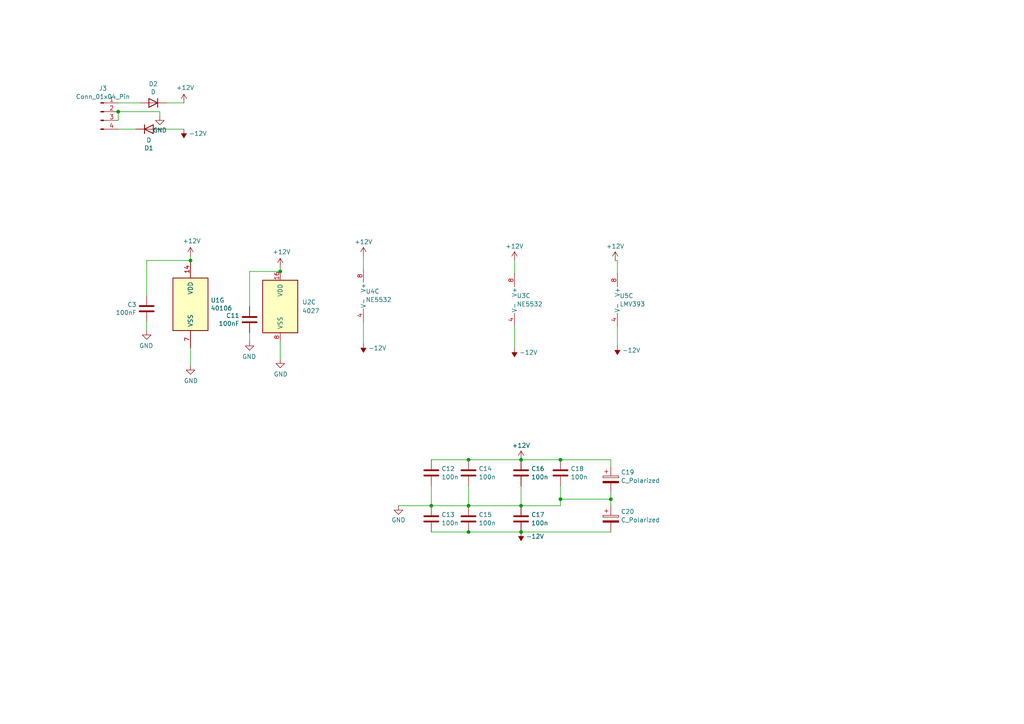
<source format=kicad_sch>
(kicad_sch (version 20231120) (generator "eeschema") (generator_version "8.0")
  (paper "A4")
  (lib_symbols
    (symbol "4xxx:40106" (pin_names (offset 1.016))
      (property "Reference" "U" (at 0 1.27 0))
      (property "Value" "40106" (at 0 -1.27 0))
      (symbol "40106_1_0"
        (polyline (pts (xy -0.635 -1.27) (xy -0.635 1.27) (xy 0.635 1.27)))
        (polyline (pts (xy -3.81 3.81) (xy -3.81 -3.81) (xy 3.81 0) (xy -3.81 3.81)) (stroke (width 0.254)) (fill (type background)))
        (polyline (pts (xy -1.27 -1.27) (xy 0.635 -1.27) (xy 0.635 1.27) (xy 1.27 1.27)))
        (pin input line (at -7.62 0 0) (length 3.81) (name "~") (number "1"))
        (pin output inverted (at 7.62 0 180) (length 3.81) (name "~") (number "2"))
      )
      (symbol "40106_2_0"
        (polyline (pts (xy -0.635 -1.27) (xy -0.635 1.27) (xy 0.635 1.27)))
        (polyline (pts (xy -3.81 3.81) (xy -3.81 -3.81) (xy 3.81 0) (xy -3.81 3.81)) (stroke (width 0.254)) (fill (type background)))
        (polyline (pts (xy -1.27 -1.27) (xy 0.635 -1.27) (xy 0.635 1.27) (xy 1.27 1.27)))
        (pin input line (at -7.62 0 0) (length 3.81) (name "~") (number "3"))
        (pin output inverted (at 7.62 0 180) (length 3.81) (name "~") (number "4"))
      )
      (symbol "40106_3_0"
        (polyline (pts (xy -0.635 -1.27) (xy -0.635 1.27) (xy 0.635 1.27)))
        (polyline (pts (xy -3.81 3.81) (xy -3.81 -3.81) (xy 3.81 0) (xy -3.81 3.81)) (stroke (width 0.254)) (fill (type background)))
        (polyline (pts (xy -1.27 -1.27) (xy 0.635 -1.27) (xy 0.635 1.27) (xy 1.27 1.27)))
        (pin input line (at -7.62 0 0) (length 3.81) (name "~") (number "5"))
        (pin output inverted (at 7.62 0 180) (length 3.81) (name "~") (number "6"))
      )
      (symbol "40106_4_0"
        (polyline (pts (xy -0.635 -1.27) (xy -0.635 1.27) (xy 0.635 1.27)))
        (polyline (pts (xy -3.81 3.81) (xy -3.81 -3.81) (xy 3.81 0) (xy -3.81 3.81)) (stroke (width 0.254)) (fill (type background)))
        (polyline (pts (xy -1.27 -1.27) (xy 0.635 -1.27) (xy 0.635 1.27) (xy 1.27 1.27)))
        (pin output inverted (at 7.62 0 180) (length 3.81) (name "~") (number "8"))
        (pin input line (at -7.62 0 0) (length 3.81) (name "~") (number "9"))
      )
      (symbol "40106_5_0"
        (polyline (pts (xy -0.635 -1.27) (xy -0.635 1.27) (xy 0.635 1.27)))
        (polyline (pts (xy -3.81 3.81) (xy -3.81 -3.81) (xy 3.81 0) (xy -3.81 3.81)) (stroke (width 0.254)) (fill (type background)))
        (polyline (pts (xy -1.27 -1.27) (xy 0.635 -1.27) (xy 0.635 1.27) (xy 1.27 1.27)))
        (pin output inverted (at 7.62 0 180) (length 3.81) (name "~") (number "10"))
        (pin input line (at -7.62 0 0) (length 3.81) (name "~") (number "11"))
      )
      (symbol "40106_6_0"
        (polyline (pts (xy -0.635 -1.27) (xy -0.635 1.27) (xy 0.635 1.27)))
        (polyline (pts (xy -3.81 3.81) (xy -3.81 -3.81) (xy 3.81 0) (xy -3.81 3.81)) (stroke (width 0.254)) (fill (type background)))
        (polyline (pts (xy -1.27 -1.27) (xy 0.635 -1.27) (xy 0.635 1.27) (xy 1.27 1.27)))
        (pin output inverted (at 7.62 0 180) (length 3.81) (name "~") (number "12"))
        (pin input line (at -7.62 0 0) (length 3.81) (name "~") (number "13"))
      )
      (symbol "40106_7_0"
        (pin power_in line (at 0 12.7 270) (length 5.08) (name "VDD") (number "14"))
        (pin power_in line (at 0 -12.7 90) (length 5.08) (name "VSS") (number "7"))
      )
      (symbol "40106_7_1"
        (rectangle (start -5.08 7.62) (end 5.08 -7.62) (stroke (width 0.254)) (fill (type background)))
      )
    )
    (symbol "4xxx:4027" (pin_names (offset 1.016))
      (property "Reference" "U" (at -7.62 8.89 0))
      (property "Value" "4027" (at -7.62 -8.89 0))
      (symbol "4027_1_1"
        (rectangle (start -5.08 5.08) (end 5.08 -5.08) (stroke (width 0.254)) (fill (type background)))
        (pin output line (at 7.62 2.54 180) (length 2.54) (name "Q") (number "1"))
        (pin output line (at 7.62 -2.54 180) (length 2.54) (name "~{Q}") (number "2"))
        (pin input clock (at -7.62 0 0) (length 2.54) (name "C") (number "3"))
        (pin input line (at 0 -7.62 90) (length 2.54) (name "R") (number "4"))
        (pin input line (at -7.62 -2.54 0) (length 2.54) (name "K") (number "5"))
        (pin input line (at -7.62 2.54 0) (length 2.54) (name "J") (number "6"))
        (pin input line (at 0 7.62 270) (length 2.54) (name "S") (number "7"))
      )
      (symbol "4027_2_1"
        (rectangle (start -5.08 5.08) (end 5.08 -5.08) (stroke (width 0.254)) (fill (type background)))
        (pin input line (at -7.62 2.54 0) (length 2.54) (name "J") (number "10"))
        (pin input line (at -7.62 -2.54 0) (length 2.54) (name "K") (number "11"))
        (pin input line (at 0 -7.62 90) (length 2.54) (name "R") (number "12"))
        (pin input clock (at -7.62 0 0) (length 2.54) (name "C") (number "13"))
        (pin output line (at 7.62 -2.54 180) (length 2.54) (name "~{Q}") (number "14"))
        (pin output line (at 7.62 2.54 180) (length 2.54) (name "Q") (number "15"))
        (pin input line (at 0 7.62 270) (length 2.54) (name "S") (number "9"))
      )
      (symbol "4027_3_0"
        (pin power_in line (at 0 10.16 270) (length 2.54) (name "VDD") (number "16"))
        (pin power_in line (at 0 -10.16 90) (length 2.54) (name "VSS") (number "8"))
      )
      (symbol "4027_3_1"
        (rectangle (start -5.08 7.62) (end 5.08 -7.62) (stroke (width 0.254)) (fill (type background)))
      )
    )
    (symbol "Amplifier_Operational:NE5532" (pin_names (offset 0.127))
      (property "Reference" "U" (at 0 5.08 0))
      (property "Value" "NE5532" (at 0 -5.08 0))
      (symbol "NE5532_1_1"
        (polyline (pts (xy -5.08 5.08) (xy 5.08 0) (xy -5.08 -5.08) (xy -5.08 5.08)) (stroke (width 0.254)) (fill (type background)))
        (pin output line (at 7.62 0 180) (length 2.54) (name "~") (number "1"))
        (pin input line (at -7.62 -2.54 0) (length 2.54) (name "-") (number "2"))
        (pin input line (at -7.62 2.54 0) (length 2.54) (name "+") (number "3"))
      )
      (symbol "NE5532_2_1"
        (polyline (pts (xy -5.08 5.08) (xy 5.08 0) (xy -5.08 -5.08) (xy -5.08 5.08)) (stroke (width 0.254)) (fill (type background)))
        (pin input line (at -7.62 2.54 0) (length 2.54) (name "+") (number "5"))
        (pin input line (at -7.62 -2.54 0) (length 2.54) (name "-") (number "6"))
        (pin output line (at 7.62 0 180) (length 2.54) (name "~") (number "7"))
      )
      (symbol "NE5532_3_1"
        (pin power_in line (at -2.54 -7.62 90) (length 3.81) (name "V-") (number "4"))
        (pin power_in line (at -2.54 7.62 270) (length 3.81) (name "V+") (number "8"))
      )
    )
    (symbol "Comparator:LMV393" (pin_names (offset 0.127))
      (property "Reference" "U" (at 3.81 3.81 0))
      (property "Value" "LMV393" (at 6.35 -3.81 0))
      (symbol "LMV393_1_1"
        (polyline (pts (xy -5.08 5.08) (xy 5.08 0) (xy -5.08 -5.08) (xy -5.08 5.08)) (stroke (width 0.254)) (fill (type background)))
        (polyline (pts (xy 3.302 -0.508) (xy 2.794 -0.508) (xy 3.302 0) (xy 2.794 0.508) (xy 2.286 0) (xy 2.794 -0.508) (xy 2.286 -0.508)) (stroke (width 0.127)))
        (pin open_collector line (at 7.62 0 180) (length 2.54) (name "~") (number "1"))
        (pin input line (at -7.62 -2.54 0) (length 2.54) (name "-") (number "2"))
        (pin input line (at -7.62 2.54 0) (length 2.54) (name "+") (number "3"))
      )
      (symbol "LMV393_2_1"
        (polyline (pts (xy -5.08 5.08) (xy 5.08 0) (xy -5.08 -5.08) (xy -5.08 5.08)) (stroke (width 0.254)) (fill (type background)))
        (polyline (pts (xy 3.302 -0.508) (xy 2.794 -0.508) (xy 3.302 0) (xy 2.794 0.508) (xy 2.286 0) (xy 2.794 -0.508) (xy 2.286 -0.508)) (stroke (width 0.127)))
        (pin input line (at -7.62 2.54 0) (length 2.54) (name "+") (number "5"))
        (pin input line (at -7.62 -2.54 0) (length 2.54) (name "-") (number "6"))
        (pin open_collector line (at 7.62 0 180) (length 2.54) (name "~") (number "7"))
      )
      (symbol "LMV393_3_1"
        (pin power_in line (at -2.54 -7.62 90) (length 3.81) (name "V-") (number "4"))
        (pin power_in line (at -2.54 7.62 270) (length 3.81) (name "V+") (number "8"))
      )
    )
    (symbol "Connector:Conn_01x04_Pin" (pin_names (offset 1.016) hide)
      (property "Reference" "J" (at 0 5.08 0))
      (property "Value" "Conn_01x04_Pin" (at 0 -7.62 0))
      (symbol "Conn_01x04_Pin_1_1"
        (polyline (pts (xy 1.27 -5.08) (xy 0.8636 -5.08)) (stroke (width 0.1524)))
        (polyline (pts (xy 1.27 -2.54) (xy 0.8636 -2.54)) (stroke (width 0.1524)))
        (polyline (pts (xy 1.27 0) (xy 0.8636 0)) (stroke (width 0.1524)))
        (polyline (pts (xy 1.27 2.54) (xy 0.8636 2.54)) (stroke (width 0.1524)))
        (rectangle (start 0.8636 -4.953) (end 0 -5.207) (stroke (width 0.1524)) (fill (type outline)))
        (rectangle (start 0.8636 -2.413) (end 0 -2.667) (stroke (width 0.1524)) (fill (type outline)))
        (rectangle (start 0.8636 0.127) (end 0 -0.127) (stroke (width 0.1524)) (fill (type outline)))
        (rectangle (start 0.8636 2.667) (end 0 2.413) (stroke (width 0.1524)) (fill (type outline)))
        (pin passive line (at 5.08 2.54 180) (length 3.81) (name "Pin_1") (number "1"))
        (pin passive line (at 5.08 0 180) (length 3.81) (name "Pin_2") (number "2"))
        (pin passive line (at 5.08 -2.54 180) (length 3.81) (name "Pin_3") (number "3"))
        (pin passive line (at 5.08 -5.08 180) (length 3.81) (name "Pin_4") (number "4"))
      )
    )
    (symbol "Device:C" (pin_numbers hide) (pin_names (offset 0.254))
      (property "Reference" "C" (at 0.635 2.54 0))
      (property "Value" "C" (at 0.635 -2.54 0))
      (symbol "C_0_1"
        (polyline (pts (xy -2.032 -0.762) (xy 2.032 -0.762)) (stroke (width 0.508)))
        (polyline (pts (xy -2.032 0.762) (xy 2.032 0.762)) (stroke (width 0.508)))
      )
      (symbol "C_1_1"
        (pin passive line (at 0 3.81 270) (length 2.794) (name "~") (number "1"))
        (pin passive line (at 0 -3.81 90) (length 2.794) (name "~") (number "2"))
      )
    )
    (symbol "Device:C_Polarized" (pin_numbers hide) (pin_names (offset 0.254))
      (property "Reference" "C" (at 0.635 2.54 0))
      (property "Value" "C_Polarized" (at 0.635 -2.54 0))
      (symbol "C_Polarized_0_1"
        (rectangle (start -2.286 0.508) (end 2.286 1.016))
        (polyline (pts (xy -1.778 2.286) (xy -0.762 2.286)))
        (polyline (pts (xy -1.27 2.794) (xy -1.27 1.778)))
        (rectangle (start 2.286 -0.508) (end -2.286 -1.016) (fill (type outline)))
      )
      (symbol "C_Polarized_1_1"
        (pin passive line (at 0 3.81 270) (length 2.794) (name "~") (number "1"))
        (pin passive line (at 0 -3.81 90) (length 2.794) (name "~") (number "2"))
      )
    )
    (symbol "Device:D" (pin_numbers hide) (pin_names (offset 1.016) hide)
      (property "Reference" "D" (at 0 2.54 0))
      (property "Value" "D" (at 0 -2.54 0))
      (symbol "D_0_1"
        (polyline (pts (xy -1.27 1.27) (xy -1.27 -1.27)) (stroke (width 0.254)))
        (polyline (pts (xy 1.27 0) (xy -1.27 0)))
        (polyline (pts (xy 1.27 1.27) (xy 1.27 -1.27) (xy -1.27 0) (xy 1.27 1.27)) (stroke (width 0.254)))
      )
      (symbol "D_1_1"
        (pin passive line (at -3.81 0 0) (length 2.54) (name "K") (number "1"))
        (pin passive line (at 3.81 0 180) (length 2.54) (name "A") (number "2"))
      )
    )
    (symbol "power:+12V" (power) (pin_names (offset 0))
      (property "Value" "+12V" (at 0 3.556 0))
      (symbol "+12V_0_1"
        (polyline (pts (xy -0.762 1.27) (xy 0 2.54)))
        (polyline (pts (xy 0 0) (xy 0 2.54)))
        (polyline (pts (xy 0 2.54) (xy 0.762 1.27)))
      )
      (symbol "+12V_1_1"
        (pin power_in line (at 0 0 90) (length 0) hide (name "+12V") (number "1"))
      )
    )
    (symbol "power:-12V" (power) (pin_names (offset 0))
      (property "Value" "-12V" (at 0 3.81 0))
      (symbol "-12V_0_0"
        (pin power_in line (at 0 0 90) (length 0) hide (name "-12V") (number "1"))
      )
      (symbol "-12V_0_1"
        (polyline (pts (xy 0 0) (xy 0 1.27) (xy 0.762 1.27) (xy 0 2.54) (xy -0.762 1.27) (xy 0 1.27)) (fill (type outline)))
      )
    )
    (symbol "power:GND" (power) (pin_names (offset 0))
      (property "Value" "GND" (at 0 -3.81 0))
      (symbol "GND_0_1"
        (polyline (pts (xy 0 0) (xy 0 -1.27) (xy 1.27 -1.27) (xy 0 -2.54) (xy -1.27 -1.27) (xy 0 -1.27)))
      )
      (symbol "GND_1_1"
        (pin power_in line (at 0 0 270) (length 0) hide (name "GND") (number "1"))
      )
    )
  )
  (junction (at 135.89 133.35))
  (junction (at 151.13 133.35))
  (junction (at 135.89 154.305))
  (junction (at 34.29 32.385))
  (junction (at 151.13 154.305))
  (junction (at 81.28 78.74))
  (junction (at 125.095 146.685))
  (junction (at 135.89 146.685))
  (junction (at 162.56 133.35))
  (junction (at 162.56 144.78))
  (junction (at 55.245 75.565))
  (junction (at 151.13 146.685))
  (junction (at 177.165 144.78))
  (wire (pts (xy 125.095 146.685) (xy 115.57 146.685)))
  (wire (pts (xy 151.13 146.685) (xy 162.56 146.685)))
  (wire (pts (xy 55.245 75.565) (xy 55.245 74.295)))
  (wire (pts (xy 46.355 32.385) (xy 46.355 33.655)))
  (wire (pts (xy 39.37 37.465) (xy 34.29 37.465)))
  (wire (pts (xy 177.165 144.78) (xy 177.165 146.685)))
  (wire (pts (xy 135.89 140.97) (xy 135.89 146.685)))
  (wire (pts (xy 34.29 32.385) (xy 34.29 34.925)))
  (wire (pts (xy 72.39 88.9) (xy 72.39 78.74)))
  (wire (pts (xy 72.39 99.06) (xy 72.39 96.52)))
  (wire (pts (xy 125.095 154.305) (xy 135.89 154.305)))
  (wire (pts (xy 34.29 32.385) (xy 46.355 32.385)))
  (wire (pts (xy 179.07 75.565) (xy 178.435 75.565)))
  (wire (pts (xy 149.225 94.615) (xy 149.225 100.965)))
  (wire (pts (xy 162.56 133.35) (xy 177.165 133.35)))
  (wire (pts (xy 179.07 94.615) (xy 179.07 100.33)))
  (wire (pts (xy 135.89 146.685) (xy 151.13 146.685)))
  (wire (pts (xy 42.545 85.725) (xy 42.545 75.565)))
  (wire (pts (xy 48.26 29.845) (xy 53.34 29.845)))
  (wire (pts (xy 55.245 106.045) (xy 55.245 100.965)))
  (wire (pts (xy 151.13 140.97) (xy 151.13 146.685)))
  (wire (pts (xy 162.56 144.78) (xy 177.165 144.78)))
  (wire (pts (xy 177.165 133.35) (xy 177.165 135.255)))
  (wire (pts (xy 177.165 142.875) (xy 177.165 144.78)))
  (wire (pts (xy 42.545 75.565) (xy 55.245 75.565)))
  (wire (pts (xy 162.56 144.78) (xy 162.56 140.97)))
  (wire (pts (xy 125.095 146.685) (xy 135.89 146.685)))
  (wire (pts (xy 149.225 75.565) (xy 149.225 79.375)))
  (wire (pts (xy 81.28 78.74) (xy 81.28 77.47)))
  (wire (pts (xy 81.28 104.14) (xy 81.28 99.06)))
  (wire (pts (xy 162.56 144.78) (xy 162.56 146.685)))
  (wire (pts (xy 34.29 29.845) (xy 40.64 29.845)))
  (wire (pts (xy 105.41 74.295) (xy 105.41 78.105)))
  (wire (pts (xy 53.34 37.465) (xy 46.99 37.465)))
  (wire (pts (xy 151.13 133.35) (xy 162.56 133.35)))
  (wire (pts (xy 135.89 154.305) (xy 151.13 154.305)))
  (wire (pts (xy 179.07 79.375) (xy 179.07 75.565)))
  (wire (pts (xy 125.095 133.35) (xy 135.89 133.35)))
  (wire (pts (xy 151.13 154.305) (xy 177.165 154.305)))
  (wire (pts (xy 42.545 95.885) (xy 42.545 93.345)))
  (wire (pts (xy 135.89 133.35) (xy 151.13 133.35)))
  (wire (pts (xy 105.41 93.345) (xy 105.41 99.695)))
  (wire (pts (xy 72.39 78.74) (xy 81.28 78.74)))
  (wire (pts (xy 125.095 140.97) (xy 125.095 146.685)))
  (symbol (lib_id "power:GND") (at 81.28 104.14 0) (unit 1)
    (property "Reference" "#PWR034" (effects (hide yes)))
    (property "Value" "GND" (at 81.407 108.5342 0))
  )
  (symbol (lib_id "Device:C") (at 125.095 150.495 180) (unit 1)
    (property "Reference" "C13" (at 128.016 149.2829 0) (effects (justify right)))
    (property "Value" "100n" (at 128.016 151.7071 0) (effects (justify right)))
    (property "Footprint" "Capacitor_SMD:C_0805_2012Metric_Pad1.18x1.45mm_HandSolder" (effects (hide yes)))
  )
  (symbol (lib_id "power:+12V") (at 53.34 29.845 0) (unit 1)
    (property "Reference" "#PWR04" (effects (hide yes)))
    (property "Value" "+12V" (at 53.721 25.4508 0))
    (instances (project "HBruecke2" (path "" (reference "#PWR04") (unit 1))) (project "OP-D-Amp" (path "" (reference "#PWR028") (unit 1))))
  )
  (symbol (lib_id "power:GND") (at 42.545 95.885 0) (mirror y) (unit 1)
    (property "Reference" "#PWR03" (effects (hide yes)))
    (property "Value" "GND" (at 42.418 100.2792 0))
    (instances (project "HBruecke2" (path "" (reference "#PWR03") (unit 1))) (project "OP-D-Amp" (path "" (reference "#PWR026") (unit 1))))
  )
  (symbol (lib_id "power:GND") (at 72.39 99.06 0) (mirror y) (unit 1)
    (property "Reference" "#PWR032" (effects (hide yes)))
    (property "Value" "GND" (at 72.263 103.4542 0))
  )
  (symbol (lib_id "Device:C") (at 42.545 89.535 0) (mirror y) (unit 1)
    (property "Reference" "C3" (at 39.624 88.3666 0) (effects (justify left)))
    (property "Value" "100nF" (at 39.624 90.678 0) (effects (justify left)))
    (property "Footprint" "Capacitor_SMD:C_0805_2012Metric_Pad1.18x1.45mm_HandSolder" (effects (hide yes)))
    (instances (project "HBruecke2" (path "" (reference "C3") (unit 1))) (project "OP-D-Amp" (path "" (reference "C10") (unit 1))))
  )
  (symbol (lib_id "Comparator:LMV393") (at 181.61 86.995 0) (unit 3)
    (property "Reference" "U5" (at 179.705 85.7829 0) (effects (justify left)))
    (property "Value" "LMV393" (at 179.705 88.2071 0) (effects (justify left)))
    (property "Footprint" "Package_SO:SOP-8_3.76x4.96mm_P1.27mm" (effects (hide yes)))
    (property "Datasheet" "http://www.ti.com/lit/ds/symlink/lmv331.pdf" (effects (hide yes)))
  )
  (symbol (lib_id "Device:C") (at 135.89 150.495 180) (unit 1)
    (property "Reference" "C15" (at 138.811 149.2829 0) (effects (justify right)))
    (property "Value" "100n" (at 138.811 151.7071 0) (effects (justify right)))
    (property "Footprint" "Capacitor_SMD:C_0805_2012Metric_Pad1.18x1.45mm_HandSolder" (effects (hide yes)))
  )
  (symbol (lib_id "Device:C") (at 125.095 137.16 180) (unit 1)
    (property "Reference" "C12" (at 128.016 135.9479 0) (effects (justify right)))
    (property "Value" "100n" (at 128.016 138.3721 0) (effects (justify right)))
    (property "Footprint" "Capacitor_SMD:C_0805_2012Metric_Pad1.18x1.45mm_HandSolder" (effects (hide yes)))
  )
  (symbol (lib_id "power:-12V") (at 53.34 37.465 180) (unit 1)
    (property "Reference" "#PWR029" (effects (hide yes)))
    (property "Value" "-12V" (at 54.737 38.735 0) (effects (justify right)))
  )
  (symbol (lib_id "Amplifier_Operational:NE5532") (at 107.95 85.725 0) (unit 3)
    (property "Reference" "U4" (at 106.045 84.5129 0) (effects (justify left)))
    (property "Value" "NE5532" (at 106.045 86.9371 0) (effects (justify left)))
    (property "Footprint" "Package_SO:SOP-8_3.76x4.96mm_P1.27mm" (effects (hide yes)))
    (property "Datasheet" "http://www.ti.com/lit/ds/symlink/ne5532.pdf" (effects (hide yes)))
  )
  (symbol (lib_id "Device:C") (at 72.39 92.71 0) (mirror y) (unit 1)
    (property "Reference" "C11" (at 69.469 91.5416 0) (effects (justify left)))
    (property "Value" "100nF" (at 69.469 93.853 0) (effects (justify left)))
    (property "Footprint" "Capacitor_SMD:C_0805_2012Metric_Pad1.18x1.45mm_HandSolder" (effects (hide yes)))
  )
  (symbol (lib_id "Device:C") (at 162.56 137.16 180) (unit 1)
    (property "Reference" "C18" (at 165.481 135.9479 0) (effects (justify right)))
    (property "Value" "100n" (at 165.481 138.3721 0) (effects (justify right)))
    (property "Footprint" "Capacitor_SMD:C_0805_2012Metric_Pad1.18x1.45mm_HandSolder" (effects (hide yes)))
  )
  (symbol (lib_id "power:+12V") (at 81.28 77.47 0) (unit 1)
    (property "Reference" "#PWR033" (effects (hide yes)))
    (property "Value" "+12V" (at 81.661 73.0758 0))
  )
  (symbol (lib_id "power:+12V") (at 55.245 74.295 0) (unit 1)
    (property "Reference" "#PWR04" (effects (hide yes)))
    (property "Value" "+12V" (at 55.626 69.9008 0))
    (instances (project "HBruecke2" (path "" (reference "#PWR04") (unit 1))) (project "OP-D-Amp" (path "" (reference "#PWR030") (unit 1))))
  )
  (symbol (lib_id "power:GND") (at 46.355 33.655 0) (unit 1)
    (property "Reference" "#PWR027" (effects (hide yes)))
    (property "Value" "GND" (at 46.355 37.7881 0))
  )
  (symbol (lib_id "power:+12V") (at 105.41 74.295 0) (unit 1)
    (property "Reference" "#PWR035" (effects (hide yes)))
    (property "Value" "+12V" (at 105.41 70.1619 0))
  )
  (symbol (lib_id "power:GND") (at 55.245 106.045 0) (unit 1)
    (property "Reference" "#PWR05" (effects (hide yes)))
    (property "Value" "GND" (at 55.372 110.4392 0))
    (instances (project "HBruecke2" (path "" (reference "#PWR05") (unit 1))) (project "OP-D-Amp" (path "" (reference "#PWR031") (unit 1))))
  )
  (symbol (lib_id "Device:D") (at 44.45 29.845 180) (unit 1)
    (property "Reference" "D2" (at 44.45 24.3586 0))
    (property "Value" "D" (at 44.45 26.67 0))
    (property "Footprint" "Diode_THT:D_DO-35_SOD27_P7.62mm_Horizontal" (effects (hide yes)))
    (instances (project "HBruecke2" (path "" (reference "D2") (unit 1))) (project "OP-D-Amp" (path "" (reference "D4") (unit 1))))
  )
  (symbol (lib_id "Amplifier_Operational:NE5532") (at 151.765 86.995 0) (unit 3)
    (property "Reference" "U3" (at 149.86 85.7829 0) (effects (justify left)))
    (property "Value" "NE5532" (at 149.86 88.2071 0) (effects (justify left)))
    (property "Footprint" "Package_SO:SOP-8_3.76x4.96mm_P1.27mm" (effects (hide yes)))
    (property "Datasheet" "http://www.ti.com/lit/ds/symlink/ne5532.pdf" (effects (hide yes)))
  )
  (symbol (lib_id "4xxx:4027") (at 81.28 88.9 0) (unit 3)
    (property "Reference" "U2" (at 87.63 87.63 0) (effects (justify left)))
    (property "Value" "4027" (at 87.63 90.17 0) (effects (justify left)))
    (property "Footprint" "Package_SO:SOIC-16_3.9x9.9mm_P1.27mm" (effects (hide yes)))
    (property "Datasheet" "http://www.intersil.com/content/dam/Intersil/documents/cd40/cd4027bms.pdf" (effects (hide yes)))
  )
  (symbol (lib_id "Device:C") (at 135.89 137.16 180) (unit 1)
    (property "Reference" "C14" (at 138.811 135.9479 0) (effects (justify right)))
    (property "Value" "100n" (at 138.811 138.3721 0) (effects (justify right)))
    (property "Footprint" "Capacitor_SMD:C_0805_2012Metric_Pad1.18x1.45mm_HandSolder" (effects (hide yes)))
  )
  (symbol (lib_id "power:-12V") (at 105.41 99.695 180) (unit 1)
    (property "Reference" "#PWR036" (effects (hide yes)))
    (property "Value" "-12V" (at 106.807 100.965 0) (effects (justify right)))
  )
  (symbol (lib_id "Connector:Conn_01x04_Pin") (at 29.21 32.385 0) (unit 1)
    (property "Reference" "J3" (at 29.845 25.6245 0))
    (property "Value" "Conn_01x04_Pin" (at 29.845 28.0487 0))
    (property "Footprint" "Connector_PinHeader_2.54mm:PinHeader_1x04_P2.54mm_Vertical" (effects (hide yes)))
  )
  (symbol (lib_id "Device:C") (at 151.13 137.16 180) (unit 1)
    (property "Reference" "C16" (at 154.051 135.9479 0) (effects (justify right)))
    (property "Value" "100n" (at 154.051 138.3721 0) (effects (justify right)))
    (property "Footprint" "Capacitor_SMD:C_0805_2012Metric_Pad1.18x1.45mm_HandSolder" (effects (hide yes)))
  )
  (symbol (lib_id "Device:C_Polarized") (at 177.165 139.065 0) (unit 1)
    (property "Reference" "C19" (at 180.086 136.9639 0) (effects (justify left)))
    (property "Value" "C_Polarized" (at 180.086 139.3881 0) (effects (justify left)))
    (property "Footprint" "Capacitor_THT:CP_Radial_D8.0mm_P5.00mm" (effects (hide yes)))
  )
  (symbol (lib_id "power:-12V") (at 149.225 100.965 180) (unit 1)
    (property "Reference" "#PWR039" (effects (hide yes)))
    (property "Value" "-12V" (at 150.622 102.235 0) (effects (justify right)))
  )
  (symbol (lib_id "Device:D") (at 43.18 37.465 0) (unit 1)
    (property "Reference" "D1" (at 43.18 42.9514 0))
    (property "Value" "D" (at 43.18 40.64 0))
    (property "Footprint" "Diode_THT:D_DO-35_SOD27_P7.62mm_Horizontal" (effects (hide yes)))
    (instances (project "HBruecke2" (path "" (reference "D1") (unit 1))) (project "OP-D-Amp" (path "" (reference "D3") (unit 1))))
  )
  (symbol (lib_id "power:-12V") (at 179.07 100.33 180) (unit 1)
    (property "Reference" "#PWR043" (effects (hide yes)))
    (property "Value" "-12V" (at 180.467 101.6 0) (effects (justify right)))
  )
  (symbol (lib_id "Device:C") (at 151.13 150.495 180) (unit 1)
    (property "Reference" "C17" (at 154.051 149.2829 0) (effects (justify right)))
    (property "Value" "100n" (at 154.051 151.7071 0) (effects (justify right)))
    (property "Footprint" "Capacitor_SMD:C_0805_2012Metric_Pad1.18x1.45mm_HandSolder" (effects (hide yes)))
  )
  (symbol (lib_id "power:GND") (at 115.57 146.685 0) (unit 1)
    (property "Reference" "#PWR037" (effects (hide yes)))
    (property "Value" "GND" (at 115.57 150.8181 0))
  )
  (symbol (lib_id "Device:C_Polarized") (at 177.165 150.495 0) (unit 1)
    (property "Reference" "C20" (at 180.086 148.3939 0) (effects (justify left)))
    (property "Value" "C_Polarized" (at 180.086 150.8181 0) (effects (justify left)))
    (property "Footprint" "Capacitor_THT:CP_Radial_D8.0mm_P5.00mm" (effects (hide yes)))
  )
  (symbol (lib_id "power:+12V") (at 149.225 75.565 0) (unit 1)
    (property "Reference" "#PWR038" (effects (hide yes)))
    (property "Value" "+12V" (at 149.225 71.4319 0))
  )
  (symbol (lib_id "power:+12V") (at 178.435 75.565 0) (unit 1)
    (property "Reference" "#PWR042" (effects (hide yes)))
    (property "Value" "+12V" (at 178.435 71.4319 0))
  )
  (symbol (lib_id "4xxx:40106") (at 55.245 88.265 0) (unit 7)
    (property "Reference" "U1" (at 61.087 87.0966 0) (effects (justify left)))
    (property "Value" "40106" (at 61.087 89.408 0) (effects (justify left)))
    (property "Footprint" "Package_SO:SO-14_3.9x8.65mm_P1.27mm" (effects (hide yes)))
    (property "Datasheet" "https://assets.nexperia.com/documents/data-sheet/HEF40106B.pdf" (effects (hide yes)))
  )
  (symbol (lib_id "power:-12V") (at 151.13 154.305 180) (unit 1)
    (property "Reference" "#PWR041" (effects (hide yes)))
    (property "Value" "-12V" (at 152.527 155.575 0) (effects (justify right)))
  )
  (symbol (lib_id "power:+12V") (at 151.13 133.35 0) (unit 1)
    (property "Reference" "#PWR040" (effects (hide yes)))
    (property "Value" "+12V" (at 151.13 129.2169 0))
  )
)
</source>
